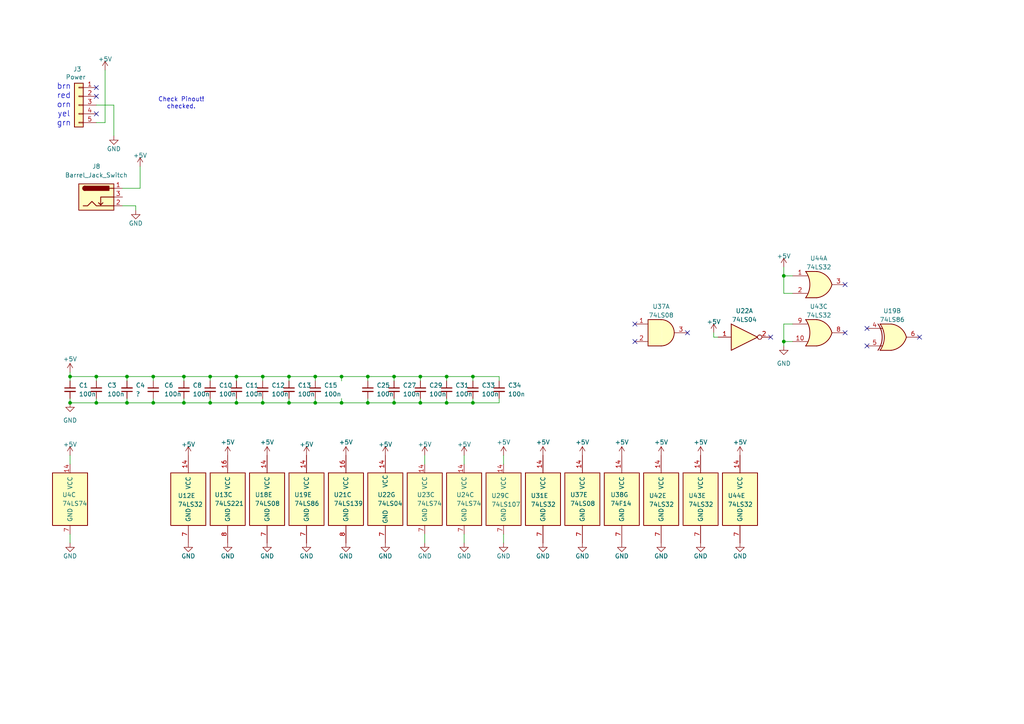
<source format=kicad_sch>
(kicad_sch (version 20231120) (generator "eeschema") (generator_version "8.0")
  (paper "A4")
  (title_block (title "EVA1 (Epson Video Adapter) - Power") (date "2025-01-09") (rev "v0.1") (company "100% Offner") (comment 1 "v0.1: Initial Release"))
  (lib_symbols
    (symbol "74xx:74LS04"
      (property "Reference" "U" (at 0 1.27 0))
      (property "Value" "74LS04" (at 0 -1.27 0))
      (symbol "74LS04_1_0"
        (pin input line (at -7.62 0 0) (length 3.81) (name "~") (number "1"))
        (pin output inverted (at 7.62 0 180) (length 3.81) (name "~") (number "2"))
      )
      (symbol "74LS04_2_0"
        (pin input line (at -7.62 0 0) (length 3.81) (name "~") (number "3"))
        (pin output inverted (at 7.62 0 180) (length 3.81) (name "~") (number "4"))
      )
      (symbol "74LS04_3_0"
        (pin input line (at -7.62 0 0) (length 3.81) (name "~") (number "5"))
        (pin output inverted (at 7.62 0 180) (length 3.81) (name "~") (number "6"))
      )
      (symbol "74LS04_4_0"
        (pin output inverted (at 7.62 0 180) (length 3.81) (name "~") (number "8"))
        (pin input line (at -7.62 0 0) (length 3.81) (name "~") (number "9"))
      )
      (symbol "74LS04_5_0"
        (pin output inverted (at 7.62 0 180) (length 3.81) (name "~") (number "10"))
        (pin input line (at -7.62 0 0) (length 3.81) (name "~") (number "11"))
      )
      (symbol "74LS04_6_0"
        (pin output inverted (at 7.62 0 180) (length 3.81) (name "~") (number "12"))
        (pin input line (at -7.62 0 0) (length 3.81) (name "~") (number "13"))
      )
      (symbol "74LS04_7_0"
        (pin power_in line (at 0 12.7 270) (length 5.08) (name "VCC") (number "14"))
        (pin power_in line (at 0 -12.7 90) (length 5.08) (name "GND") (number "7"))
      )
    )
    (symbol "74xx:74LS08" (pin_names (offset 1.016))
      (property "Reference" "U" (at 0 1.27 0))
      (property "Value" "74LS08" (at 0 -1.27 0))
      (symbol "74LS08_1_1"
        (pin input line (at -7.62 2.54 0) (length 3.81) (name "~") (number "1"))
        (pin input line (at -7.62 -2.54 0) (length 3.81) (name "~") (number "2"))
        (pin output line (at 7.62 0 180) (length 3.81) (name "~") (number "3"))
      )
      (symbol "74LS08_1_2"
        (pin input inverted (at -7.62 2.54 0) (length 4.318) (name "~") (number "1"))
        (pin input inverted (at -7.62 -2.54 0) (length 4.318) (name "~") (number "2"))
        (pin output inverted (at 7.62 0 180) (length 3.81) (name "~") (number "3"))
      )
      (symbol "74LS08_2_1"
        (pin input line (at -7.62 2.54 0) (length 3.81) (name "~") (number "4"))
        (pin input line (at -7.62 -2.54 0) (length 3.81) (name "~") (number "5"))
        (pin output line (at 7.62 0 180) (length 3.81) (name "~") (number "6"))
      )
      (symbol "74LS08_2_2"
        (pin input inverted (at -7.62 2.54 0) (length 4.318) (name "~") (number "4"))
        (pin input inverted (at -7.62 -2.54 0) (length 4.318) (name "~") (number "5"))
        (pin output inverted (at 7.62 0 180) (length 3.81) (name "~") (number "6"))
      )
      (symbol "74LS08_3_1"
        (pin input line (at -7.62 -2.54 0) (length 3.81) (name "~") (number "10"))
        (pin output line (at 7.62 0 180) (length 3.81) (name "~") (number "8"))
        (pin input line (at -7.62 2.54 0) (length 3.81) (name "~") (number "9"))
      )
      (symbol "74LS08_3_2"
        (pin input inverted (at -7.62 -2.54 0) (length 4.318) (name "~") (number "10"))
        (pin output inverted (at 7.62 0 180) (length 3.81) (name "~") (number "8"))
        (pin input inverted (at -7.62 2.54 0) (length 4.318) (name "~") (number "9"))
      )
      (symbol "74LS08_4_1"
        (pin output line (at 7.62 0 180) (length 3.81) (name "~") (number "11"))
        (pin input line (at -7.62 2.54 0) (length 3.81) (name "~") (number "12"))
        (pin input line (at -7.62 -2.54 0) (length 3.81) (name "~") (number "13"))
      )
      (symbol "74LS08_4_2"
        (pin output inverted (at 7.62 0 180) (length 3.81) (name "~") (number "11"))
        (pin input inverted (at -7.62 2.54 0) (length 4.318) (name "~") (number "12"))
        (pin input inverted (at -7.62 -2.54 0) (length 4.318) (name "~") (number "13"))
      )
      (symbol "74LS08_5_0"
        (pin power_in line (at 0 12.7 270) (length 5.08) (name "VCC") (number "14"))
        (pin power_in line (at 0 -12.7 90) (length 5.08) (name "GND") (number "7"))
      )
    )
    (symbol "74xx:74LS107" (pin_names (offset 1.016))
      (property "Reference" "U" (at -7.62 8.89 0))
      (property "Value" "74LS107" (at -7.62 -8.89 0))
      (symbol "74LS107_1_0"
        (pin input line (at -7.62 2.54 0) (length 2.54) (name "J") (number "1"))
        (pin input clock (at -7.62 0 0) (length 2.54) (name "C") (number "12"))
        (pin input line (at 0 -7.62 90) (length 2.54) (name "~{R}") (number "13"))
        (pin output line (at 7.62 -2.54 180) (length 2.54) (name "~{Q}") (number "2"))
        (pin output line (at 7.62 2.54 180) (length 2.54) (name "Q") (number "3"))
        (pin input line (at -7.62 -2.54 0) (length 2.54) (name "K") (number "4"))
      )
      (symbol "74LS107_2_0"
        (pin input line (at 0 -7.62 90) (length 2.54) (name "~{R}") (number "10"))
        (pin input line (at -7.62 -2.54 0) (length 2.54) (name "K") (number "11"))
        (pin output line (at 7.62 2.54 180) (length 2.54) (name "Q") (number "5"))
        (pin output line (at 7.62 -2.54 180) (length 2.54) (name "~{Q}") (number "6"))
        (pin input line (at -7.62 2.54 0) (length 2.54) (name "J") (number "8"))
        (pin input clock (at -7.62 0 0) (length 2.54) (name "C") (number "9"))
      )
      (symbol "74LS107_3_0"
        (pin power_in line (at 0 10.16 270) (length 2.54) (name "VCC") (number "14"))
        (pin power_in line (at 0 -10.16 90) (length 2.54) (name "GND") (number "7"))
      )
    )
    (symbol "74xx:74LS139" (pin_names (offset 1.016))
      (property "Reference" "U" (at -7.62 8.89 0))
      (property "Value" "74LS139" (at -7.62 -8.89 0))
      (symbol "74LS139_1_0"
        (pin input inverted (at -12.7 -5.08 0) (length 5.08) (name "E") (number "1"))
        (pin input line (at -12.7 0 0) (length 5.08) (name "A0") (number "2"))
        (pin input line (at -12.7 2.54 0) (length 5.08) (name "A1") (number "3"))
        (pin output inverted (at 12.7 2.54 180) (length 5.08) (name "O0") (number "4"))
        (pin output inverted (at 12.7 0 180) (length 5.08) (name "O1") (number "5"))
        (pin output inverted (at 12.7 -2.54 180) (length 5.08) (name "O2") (number "6"))
        (pin output inverted (at 12.7 -5.08 180) (length 5.08) (name "O3") (number "7"))
      )
      (symbol "74LS139_2_0"
        (pin output inverted (at 12.7 -2.54 180) (length 5.08) (name "O2") (number "10"))
        (pin output inverted (at 12.7 0 180) (length 5.08) (name "O1") (number "11"))
        (pin output inverted (at 12.7 2.54 180) (length 5.08) (name "O0") (number "12"))
        (pin input line (at -12.7 2.54 0) (length 5.08) (name "A1") (number "13"))
        (pin input line (at -12.7 0 0) (length 5.08) (name "A0") (number "14"))
        (pin input inverted (at -12.7 -5.08 0) (length 5.08) (name "E") (number "15"))
        (pin output inverted (at 12.7 -5.08 180) (length 5.08) (name "O3") (number "9"))
      )
      (symbol "74LS139_3_0"
        (pin power_in line (at 0 12.7 270) (length 5.08) (name "VCC") (number "16"))
        (pin power_in line (at 0 -12.7 90) (length 5.08) (name "GND") (number "8"))
      )
    )
    (symbol "74xx:74LS14" (pin_names (offset 1.016))
      (property "Reference" "U" (at 0 1.27 0))
      (property "Value" "74LS14" (at 0 -1.27 0))
      (symbol "74LS14_1_0"
        (pin input line (at -7.62 0 0) (length 3.81) (name "~") (number "1"))
        (pin output inverted (at 7.62 0 180) (length 3.81) (name "~") (number "2"))
      )
      (symbol "74LS14_2_0"
        (pin input line (at -7.62 0 0) (length 3.81) (name "~") (number "3"))
        (pin output inverted (at 7.62 0 180) (length 3.81) (name "~") (number "4"))
      )
      (symbol "74LS14_3_0"
        (pin input line (at -7.62 0 0) (length 3.81) (name "~") (number "5"))
        (pin output inverted (at 7.62 0 180) (length 3.81) (name "~") (number "6"))
      )
      (symbol "74LS14_4_0"
        (pin output inverted (at 7.62 0 180) (length 3.81) (name "~") (number "8"))
        (pin input line (at -7.62 0 0) (length 3.81) (name "~") (number "9"))
      )
      (symbol "74LS14_5_0"
        (pin output inverted (at 7.62 0 180) (length 3.81) (name "~") (number "10"))
        (pin input line (at -7.62 0 0) (length 3.81) (name "~") (number "11"))
      )
      (symbol "74LS14_6_0"
        (pin output inverted (at 7.62 0 180) (length 3.81) (name "~") (number "12"))
        (pin input line (at -7.62 0 0) (length 3.81) (name "~") (number "13"))
      )
      (symbol "74LS14_7_0"
        (pin power_in line (at 0 12.7 270) (length 5.08) (name "VCC") (number "14"))
        (pin power_in line (at 0 -12.7 90) (length 5.08) (name "GND") (number "7"))
      )
    )
    (symbol "74xx:74LS221" (pin_names (offset 1.016))
      (property "Reference" "U" (at -7.62 8.89 0))
      (property "Value" "74LS221" (at -7.62 -8.89 0))
      (symbol "74LS221_1_0"
        (pin input line (at -12.7 5.08 0) (length 5.08) (name "~{A}") (number "1"))
        (pin output line (at 12.7 5.08 180) (length 5.08) (name "Q") (number "13"))
        (pin input line (at 0 12.7 270) (length 5.08) (name "Cext") (number "14"))
        (pin input line (at 2.54 12.7 270) (length 5.08) (name "RCext") (number "15"))
        (pin input line (at -12.7 2.54 0) (length 5.08) (name "B") (number "2"))
        (pin input line (at -12.7 -2.54 0) (length 5.08) (name "~{CLR}") (number "3"))
        (pin output line (at 12.7 -5.08 180) (length 5.08) (name "~{Q}") (number "4"))
      )
      (symbol "74LS221_2_0"
        (pin input line (at -12.7 2.54 0) (length 5.08) (name "B") (number "10"))
        (pin input line (at -12.7 -2.54 0) (length 5.08) (name "~{CLR}") (number "11"))
        (pin output line (at 12.7 -5.08 180) (length 5.08) (name "~{Q}") (number "12"))
        (pin output line (at 12.7 5.08 180) (length 5.08) (name "Q") (number "5"))
        (pin input line (at 0 12.7 270) (length 5.08) (name "Cext") (number "6"))
        (pin input line (at 2.54 12.7 270) (length 5.08) (name "RCext") (number "7"))
        (pin input line (at -12.7 5.08 0) (length 5.08) (name "~{A}") (number "9"))
      )
      (symbol "74LS221_3_0"
        (pin power_in line (at 0 12.7 270) (length 5.08) (name "VCC") (number "16"))
        (pin power_in line (at 0 -12.7 90) (length 5.08) (name "GND") (number "8"))
      )
    )
    (symbol "74xx:74LS32" (pin_names (offset 1.016))
      (property "Reference" "U" (at 0 1.27 0))
      (property "Value" "74LS32" (at 0 -1.27 0))
      (symbol "74LS32_1_1"
        (pin input line (at -7.62 2.54 0) (length 4.318) (name "~") (number "1"))
        (pin input line (at -7.62 -2.54 0) (length 4.318) (name "~") (number "2"))
        (pin output line (at 7.62 0 180) (length 3.81) (name "~") (number "3"))
      )
      (symbol "74LS32_1_2"
        (pin input inverted (at -7.62 2.54 0) (length 3.81) (name "~") (number "1"))
        (pin input inverted (at -7.62 -2.54 0) (length 3.81) (name "~") (number "2"))
        (pin output inverted (at 7.62 0 180) (length 3.81) (name "~") (number "3"))
      )
      (symbol "74LS32_2_1"
        (pin input line (at -7.62 2.54 0) (length 4.318) (name "~") (number "4"))
        (pin input line (at -7.62 -2.54 0) (length 4.318) (name "~") (number "5"))
        (pin output line (at 7.62 0 180) (length 3.81) (name "~") (number "6"))
      )
      (symbol "74LS32_2_2"
        (pin input inverted (at -7.62 2.54 0) (length 3.81) (name "~") (number "4"))
        (pin input inverted (at -7.62 -2.54 0) (length 3.81) (name "~") (number "5"))
        (pin output inverted (at 7.62 0 180) (length 3.81) (name "~") (number "6"))
      )
      (symbol "74LS32_3_1"
        (pin input line (at -7.62 -2.54 0) (length 4.318) (name "~") (number "10"))
        (pin output line (at 7.62 0 180) (length 3.81) (name "~") (number "8"))
        (pin input line (at -7.62 2.54 0) (length 4.318) (name "~") (number "9"))
      )
      (symbol "74LS32_3_2"
        (pin input inverted (at -7.62 -2.54 0) (length 3.81) (name "~") (number "10"))
        (pin output inverted (at 7.62 0 180) (length 3.81) (name "~") (number "8"))
        (pin input inverted (at -7.62 2.54 0) (length 3.81) (name "~") (number "9"))
      )
      (symbol "74LS32_4_1"
        (pin output line (at 7.62 0 180) (length 3.81) (name "~") (number "11"))
        (pin input line (at -7.62 2.54 0) (length 4.318) (name "~") (number "12"))
        (pin input line (at -7.62 -2.54 0) (length 4.318) (name "~") (number "13"))
      )
      (symbol "74LS32_4_2"
        (pin output inverted (at 7.62 0 180) (length 3.81) (name "~") (number "11"))
        (pin input inverted (at -7.62 2.54 0) (length 3.81) (name "~") (number "12"))
        (pin input inverted (at -7.62 -2.54 0) (length 3.81) (name "~") (number "13"))
      )
      (symbol "74LS32_5_0"
        (pin power_in line (at 0 12.7 270) (length 5.08) (name "VCC") (number "14"))
        (pin power_in line (at 0 -12.7 90) (length 5.08) (name "GND") (number "7"))
      )
    )
    (symbol "74xx:74LS74" (pin_names (offset 1.016))
      (property "Reference" "U" (at -7.62 8.89 0))
      (property "Value" "74LS74" (at -7.62 -8.89 0))
      (symbol "74LS74_1_0"
        (pin input line (at 0 -7.62 90) (length 2.54) (name "~{R}") (number "1"))
        (pin input line (at -7.62 2.54 0) (length 2.54) (name "D") (number "2"))
        (pin input clock (at -7.62 0 0) (length 2.54) (name "C") (number "3"))
        (pin input line (at 0 7.62 270) (length 2.54) (name "~{S}") (number "4"))
        (pin output line (at 7.62 2.54 180) (length 2.54) (name "Q") (number "5"))
        (pin output line (at 7.62 -2.54 180) (length 2.54) (name "~{Q}") (number "6"))
      )
      (symbol "74LS74_2_0"
        (pin input line (at 0 7.62 270) (length 2.54) (name "~{S}") (number "10"))
        (pin input clock (at -7.62 0 0) (length 2.54) (name "C") (number "11"))
        (pin input line (at -7.62 2.54 0) (length 2.54) (name "D") (number "12"))
        (pin input line (at 0 -7.62 90) (length 2.54) (name "~{R}") (number "13"))
        (pin output line (at 7.62 -2.54 180) (length 2.54) (name "~{Q}") (number "8"))
        (pin output line (at 7.62 2.54 180) (length 2.54) (name "Q") (number "9"))
      )
      (symbol "74LS74_3_0"
        (pin power_in line (at 0 10.16 270) (length 2.54) (name "VCC") (number "14"))
        (pin power_in line (at 0 -10.16 90) (length 2.54) (name "GND") (number "7"))
      )
    )
    (symbol "74xx:74LS86" (pin_names (offset 1.016))
      (property "Reference" "U" (at 0 1.27 0))
      (property "Value" "74LS86" (at 0 -1.27 0))
      (symbol "74LS86_1_0"
        (pin input line (at -7.62 2.54 0) (length 4.445) (name "~") (number "1"))
        (pin input line (at -7.62 -2.54 0) (length 4.445) (name "~") (number "2"))
        (pin output line (at 7.62 0 180) (length 3.81) (name "~") (number "3"))
      )
      (symbol "74LS86_2_0"
        (pin input line (at -7.62 2.54 0) (length 4.445) (name "~") (number "4"))
        (pin input line (at -7.62 -2.54 0) (length 4.445) (name "~") (number "5"))
        (pin output line (at 7.62 0 180) (length 3.81) (name "~") (number "6"))
      )
      (symbol "74LS86_3_0"
        (pin input line (at -7.62 -2.54 0) (length 4.445) (name "~") (number "10"))
        (pin output line (at 7.62 0 180) (length 3.81) (name "~") (number "8"))
        (pin input line (at -7.62 2.54 0) (length 4.445) (name "~") (number "9"))
      )
      (symbol "74LS86_4_0"
        (pin output line (at 7.62 0 180) (length 3.81) (name "~") (number "11"))
        (pin input line (at -7.62 2.54 0) (length 4.445) (name "~") (number "12"))
        (pin input line (at -7.62 -2.54 0) (length 4.445) (name "~") (number "13"))
      )
      (symbol "74LS86_5_0"
        (pin power_in line (at 0 12.7 270) (length 5.08) (name "VCC") (number "14"))
        (pin power_in line (at 0 -12.7 90) (length 5.08) (name "GND") (number "7"))
      )
    )
    (symbol "Connector:Barrel_Jack_Switch" (pin_names hide)
      (property "Reference" "J" (at 0 5.334 0))
      (property "Value" "Barrel_Jack_Switch" (at 0 -5.08 0))
      (symbol "Barrel_Jack_Switch_1_1"
        (pin passive line (at 7.62 2.54 180) (length 2.54) (name "~") (number "1"))
        (pin passive line (at 7.62 -2.54 180) (length 2.54) (name "~") (number "2"))
        (pin passive line (at 7.62 0 180) (length 2.54) (name "~") (number "3"))
      )
    )
    (symbol "Connector_Generic:Conn_01x05" (pin_names (offset 1.016) hide)
      (property "Reference" "J" (at 0 7.62 0))
      (property "Value" "Conn_01x05" (at 0 -7.62 0))
      (symbol "Conn_01x05_1_1"
        (pin passive line (at -5.08 5.08 0) (length 3.81) (name "Pin_1") (number "1"))
        (pin passive line (at -5.08 2.54 0) (length 3.81) (name "Pin_2") (number "2"))
        (pin passive line (at -5.08 0 0) (length 3.81) (name "Pin_3") (number "3"))
        (pin passive line (at -5.08 -2.54 0) (length 3.81) (name "Pin_4") (number "4"))
        (pin passive line (at -5.08 -5.08 0) (length 3.81) (name "Pin_5") (number "5"))
      )
    )
    (symbol "Device:C_Small" (pin_numbers hide) (pin_names (offset 0.254) hide)
      (property "Reference" "C" (at 0.254 1.778 0))
      (property "Value" "C_Small" (at 0.254 -2.032 0))
      (symbol "C_Small_1_1"
        (pin passive line (at 0 2.54 270) (length 2.032) (name "~") (number "1"))
        (pin passive line (at 0 -2.54 90) (length 2.032) (name "~") (number "2"))
      )
    )
    (symbol "power:+5V" (power) (pin_names (offset 0))
      (property "Value" "+5V" (at 0 3.556 0))
      (symbol "+5V_1_1"
        (pin power_in line (at 0 0 90) (length 0) hide (name "+5V") (number "1"))
      )
    )
    (symbol "power:GND" (power) (pin_names (offset 0))
      (property "Value" "GND" (at 0 -3.81 0))
      (symbol "GND_1_1"
        (pin power_in line (at 0 0 270) (length 0) hide (name "GND") (number "1"))
      )
    )
  )
  (junction (at 27.94 109.22))
  (junction (at 60.96 116.84))
  (junction (at 68.58 109.22))
  (junction (at 227.33 80.01))
  (junction (at 27.94 116.84))
  (junction (at 121.92 116.84))
  (junction (at 99.06 109.22))
  (junction (at 91.44 116.84))
  (junction (at 60.96 109.22))
  (junction (at 44.45 116.84))
  (junction (at 106.68 109.22))
  (junction (at 44.45 109.22))
  (junction (at 129.54 116.84))
  (junction (at 53.34 109.22))
  (junction (at 68.58 116.84))
  (junction (at 91.44 109.22))
  (junction (at 227.33 99.06))
  (junction (at 76.2 116.84))
  (junction (at 137.16 109.22))
  (junction (at 137.16 116.84))
  (junction (at 121.92 109.22))
  (junction (at 99.06 116.84))
  (junction (at 114.3 116.84))
  (junction (at 36.83 109.22))
  (junction (at 83.82 116.84))
  (junction (at 76.2 109.22))
  (junction (at 20.32 116.84))
  (junction (at 36.83 116.84))
  (junction (at 106.68 116.84))
  (junction (at 129.54 109.22))
  (junction (at 20.32 109.22))
  (junction (at 83.82 109.22))
  (junction (at 114.3 109.22))
  (junction (at 53.34 116.84))
  (no_connect (at 266.7 97.79))
  (no_connect (at 223.52 97.79))
  (no_connect (at 245.11 96.52))
  (no_connect (at 245.11 82.55))
  (no_connect (at 27.94 33.02))
  (no_connect (at 27.94 27.94))
  (no_connect (at 251.46 95.25))
  (no_connect (at 199.39 96.52))
  (no_connect (at 184.15 93.98))
  (no_connect (at 251.46 100.33))
  (no_connect (at 27.94 25.4))
  (no_connect (at 184.15 99.06))
  (wire (pts (xy 91.44 115.57) (xy 91.44 116.84)))
  (wire (pts (xy 106.68 115.57) (xy 106.68 116.84)))
  (wire (pts (xy 227.33 80.01) (xy 227.33 77.47)))
  (wire (pts (xy 27.94 30.48) (xy 33.02 30.48)))
  (wire (pts (xy 83.82 109.22) (xy 83.82 110.49)))
  (wire (pts (xy 33.02 30.48) (xy 33.02 39.37)))
  (wire (pts (xy 207.01 97.79) (xy 208.28 97.79)))
  (wire (pts (xy 20.32 116.84) (xy 20.32 115.57)))
  (wire (pts (xy 227.33 93.98) (xy 227.33 99.06)))
  (wire (pts (xy 123.19 132.08) (xy 123.19 134.62)))
  (wire (pts (xy 121.92 109.22) (xy 121.92 110.49)))
  (wire (pts (xy 20.32 116.84) (xy 27.94 116.84)))
  (wire (pts (xy 68.58 115.57) (xy 68.58 116.84)))
  (wire (pts (xy 121.92 115.57) (xy 121.92 116.84)))
  (wire (pts (xy 36.83 109.22) (xy 44.45 109.22)))
  (wire (pts (xy 114.3 109.22) (xy 121.92 109.22)))
  (wire (pts (xy 76.2 116.84) (xy 68.58 116.84)))
  (wire (pts (xy 76.2 109.22) (xy 76.2 110.49)))
  (wire (pts (xy 129.54 109.22) (xy 121.92 109.22)))
  (wire (pts (xy 20.32 109.22) (xy 27.94 109.22)))
  (wire (pts (xy 30.48 35.56) (xy 27.94 35.56)))
  (wire (pts (xy 91.44 109.22) (xy 99.06 109.22)))
  (wire (pts (xy 60.96 109.22) (xy 60.96 110.49)))
  (wire (pts (xy 60.96 109.22) (xy 68.58 109.22)))
  (wire (pts (xy 20.32 154.94) (xy 20.32 157.48)))
  (wire (pts (xy 53.34 116.84) (xy 44.45 116.84)))
  (wire (pts (xy 229.87 80.01) (xy 227.33 80.01)))
  (wire (pts (xy 76.2 116.84) (xy 83.82 116.84)))
  (wire (pts (xy 99.06 116.84) (xy 91.44 116.84)))
  (wire (pts (xy 91.44 109.22) (xy 91.44 110.49)))
  (wire (pts (xy 99.06 109.22) (xy 106.68 109.22)))
  (wire (pts (xy 99.06 116.84) (xy 106.68 116.84)))
  (wire (pts (xy 106.68 109.22) (xy 114.3 109.22)))
  (wire (pts (xy 134.62 132.08) (xy 134.62 134.62)))
  (wire (pts (xy 229.87 93.98) (xy 227.33 93.98)))
  (wire (pts (xy 36.83 116.84) (xy 44.45 116.84)))
  (wire (pts (xy 68.58 109.22) (xy 76.2 109.22)))
  (wire (pts (xy 123.19 154.94) (xy 123.19 157.48)))
  (wire (pts (xy 36.83 109.22) (xy 36.83 110.49)))
  (wire (pts (xy 68.58 109.22) (xy 68.58 110.49)))
  (wire (pts (xy 137.16 115.57) (xy 137.16 116.84)))
  (wire (pts (xy 207.01 96.52) (xy 207.01 97.79)))
  (wire (pts (xy 27.94 109.22) (xy 27.94 110.49)))
  (wire (pts (xy 144.78 109.22) (xy 144.78 110.49)))
  (wire (pts (xy 53.34 115.57) (xy 53.34 116.84)))
  (wire (pts (xy 40.64 48.26) (xy 40.64 54.61)))
  (wire (pts (xy 229.87 99.06) (xy 227.33 99.06)))
  (wire (pts (xy 91.44 116.84) (xy 83.82 116.84)))
  (wire (pts (xy 129.54 115.57) (xy 129.54 116.84)))
  (wire (pts (xy 227.33 85.09) (xy 227.33 80.01)))
  (wire (pts (xy 129.54 109.22) (xy 129.54 110.49)))
  (wire (pts (xy 27.94 115.57) (xy 27.94 116.84)))
  (wire (pts (xy 137.16 116.84) (xy 129.54 116.84)))
  (wire (pts (xy 137.16 109.22) (xy 144.78 109.22)))
  (wire (pts (xy 40.64 54.61) (xy 35.56 54.61)))
  (wire (pts (xy 44.45 109.22) (xy 44.45 110.49)))
  (wire (pts (xy 60.96 115.57) (xy 60.96 116.84)))
  (wire (pts (xy 53.34 109.22) (xy 53.34 110.49)))
  (wire (pts (xy 114.3 115.57) (xy 114.3 116.84)))
  (wire (pts (xy 44.45 109.22) (xy 53.34 109.22)))
  (wire (pts (xy 53.34 116.84) (xy 60.96 116.84)))
  (wire (pts (xy 53.34 109.22) (xy 60.96 109.22)))
  (wire (pts (xy 146.05 132.08) (xy 146.05 134.62)))
  (wire (pts (xy 114.3 116.84) (xy 106.68 116.84)))
  (wire (pts (xy 229.87 85.09) (xy 227.33 85.09)))
  (wire (pts (xy 227.33 99.06) (xy 227.33 100.33)))
  (wire (pts (xy 39.37 60.96) (xy 39.37 59.69)))
  (wire (pts (xy 20.32 109.22) (xy 20.32 110.49)))
  (wire (pts (xy 20.32 107.95) (xy 20.32 109.22)))
  (wire (pts (xy 83.82 109.22) (xy 91.44 109.22)))
  (wire (pts (xy 39.37 59.69) (xy 35.56 59.69)))
  (wire (pts (xy 44.45 115.57) (xy 44.45 116.84)))
  (wire (pts (xy 106.68 109.22) (xy 106.68 110.49)))
  (wire (pts (xy 36.83 115.57) (xy 36.83 116.84)))
  (wire (pts (xy 134.62 154.94) (xy 134.62 157.48)))
  (wire (pts (xy 137.16 109.22) (xy 137.16 110.49)))
  (wire (pts (xy 68.58 116.84) (xy 60.96 116.84)))
  (wire (pts (xy 121.92 116.84) (xy 129.54 116.84)))
  (wire (pts (xy 146.05 154.94) (xy 146.05 157.48)))
  (wire (pts (xy 144.78 115.57) (xy 144.78 116.84)))
  (wire (pts (xy 20.32 132.08) (xy 20.32 134.62)))
  (wire (pts (xy 129.54 109.22) (xy 137.16 109.22)))
  (wire (pts (xy 76.2 109.22) (xy 83.82 109.22)))
  (wire (pts (xy 114.3 116.84) (xy 121.92 116.84)))
  (wire (pts (xy 27.94 109.22) (xy 36.83 109.22)))
  (wire (pts (xy 99.06 109.22) (xy 99.06 110.49)))
  (wire (pts (xy 30.48 20.32) (xy 30.48 35.56)))
  (wire (pts (xy 114.3 109.22) (xy 114.3 110.49)))
  (wire (pts (xy 27.94 116.84) (xy 36.83 116.84)))
  (wire (pts (xy 99.06 115.57) (xy 99.06 116.84)))
  (wire (pts (xy 137.16 116.84) (xy 144.78 116.84)))
  (wire (pts (xy 83.82 115.57) (xy 83.82 116.84)))
  (wire (pts (xy 76.2 115.57) (xy 76.2 116.84)))
  (text "Check Pinout!\nchecked.\n" (at 52.578 29.972 0) (effects (font (size 1.27 1.27))))
  (text "brn\nred\norn\nyel\ngrn" (at 18.542 30.48 0) (effects (font (size 1.651 1.651))))
  (symbol (lib_id "74xx:74LS32") (at 237.49 96.52 0) (unit 3)
    (property "Reference" "U43" (at 237.49 88.9 0))
    (property "Value" "74LS32" (at 237.49 91.44 0))
    (property "Footprint" "Package_DIP:DIP-14_W7.62mm" (effects (hide yes)))
    (property "Datasheet" "http://www.ti.com/lit/gpn/sn74LS32" (effects (hide yes)))
    (property "Description" "Quad 2-input OR" (effects (hide yes)))
  )
  (symbol (lib_id "power:GND") (at 100.33 157.48 0) (unit 1)
    (property "Reference" "#PWR0134" (effects (hide yes)))
    (property "Value" "GND" (at 100.33 161.29 0))
  )
  (symbol (lib_id "Device:C_Small") (at 76.2 113.03 0) (unit 1)
    (property "Reference" "C12" (at 78.74 111.7662 0) (effects (justify left)))
    (property "Value" "100n" (at 78.74 114.3062 0) (effects (justify left)))
    (property "Footprint" "Capacitor_THT:C_Disc_D4.7mm_W2.5mm_P5.00mm" (effects (hide yes)))
  )
  (symbol (lib_id "power:GND") (at 20.32 116.84 0) (unit 1)
    (property "Reference" "#PWR0119" (effects (hide yes)))
    (property "Value" "GND" (at 20.32 121.92 0))
  )
  (symbol (lib_id "74xx:74LS32") (at 214.63 144.78 0) (unit 5)
    (property "Reference" "U44" (at 211.074 143.764 0) (effects (justify left)))
    (property "Value" "74LS32" (at 211.074 146.304 0) (effects (justify left)))
    (property "Footprint" "Package_DIP:DIP-14_W7.62mm" (effects (hide yes)))
    (property "Datasheet" "http://www.ti.com/lit/gpn/sn74LS32" (effects (hide yes)))
    (property "Description" "Quad 2-input OR" (effects (hide yes)))
  )
  (symbol (lib_id "power:+5V") (at 88.9 132.08 0) (unit 1)
    (property "Reference" "#PWR0124" (effects (hide yes)))
    (property "Value" "+5V" (at 88.9 128.905 0))
  )
  (symbol (lib_id "Device:C_Small") (at 144.78 113.03 0) (unit 1)
    (property "Reference" "C34" (at 147.32 111.7662 0) (effects (justify left)))
    (property "Value" "100n" (at 147.32 114.3062 0) (effects (justify left)))
    (property "Footprint" "Capacitor_THT:C_Disc_D4.7mm_W2.5mm_P5.00mm" (effects (hide yes)))
  )
  (symbol (lib_id "power:+5V") (at 54.61 132.08 0) (unit 1)
    (property "Reference" "#PWR0122" (effects (hide yes)))
    (property "Value" "+5V" (at 54.61 128.905 0))
  )
  (symbol (lib_id "power:+5V") (at 203.2 132.08 0) (unit 1)
    (property "Reference" "#PWR011" (effects (hide yes)))
    (property "Value" "+5V" (at 203.2 128.27 0))
  )
  (symbol (lib_id "power:GND") (at 214.63 157.48 0) (unit 1)
    (property "Reference" "#PWR014" (effects (hide yes)))
    (property "Value" "GND" (at 214.63 161.29 0))
  )
  (symbol (lib_id "power:+5V") (at 123.19 132.08 0) (unit 1)
    (property "Reference" "#PWR01" (effects (hide yes)))
    (property "Value" "+5V" (at 123.19 128.905 0))
  )
  (symbol (lib_id "power:GND") (at 191.77 157.48 0) (unit 1)
    (property "Reference" "#PWR010" (effects (hide yes)))
    (property "Value" "GND" (at 191.77 161.29 0))
  )
  (symbol (lib_id "74xx:74LS107") (at 146.05 144.78 0) (unit 3)
    (property "Reference" "U29" (at 142.494 143.764 0) (effects (justify left)))
    (property "Value" "74LS107" (at 142.494 146.304 0) (effects (justify left)))
    (property "Footprint" "Package_DIP:DIP-14_W7.62mm" (effects (hide yes)))
    (property "Datasheet" "http://www.ti.com/lit/gpn/sn74LS107" (effects (hide yes)))
    (property "Description" "Dual JK Flip-Flop, reset" (effects (hide yes)))
  )
  (symbol (lib_id "power:GND") (at 33.02 39.37 0) (unit 1)
    (property "Reference" "#PWR020" (effects (hide yes)))
    (property "Value" "GND" (at 33.02 43.18 0))
  )
  (symbol (lib_id "power:+5V") (at 227.33 77.47 0) (unit 1)
    (property "Reference" "#PWR0170" (effects (hide yes)))
    (property "Value" "+5V" (at 227.33 74.295 0))
  )
  (symbol (lib_id "74xx:74LS32") (at 191.77 144.78 0) (unit 5)
    (property "Reference" "U42" (at 188.214 143.764 0) (effects (justify left)))
    (property "Value" "74LS32" (at 188.214 146.304 0) (effects (justify left)))
    (property "Footprint" "Package_DIP:DIP-14_W7.62mm" (effects (hide yes)))
    (property "Datasheet" "http://www.ti.com/lit/gpn/sn74LS32" (effects (hide yes)))
    (property "Description" "Quad 2-input OR" (effects (hide yes)))
  )
  (symbol (lib_id "Device:C_Small") (at 27.94 113.03 0) (unit 1)
    (property "Reference" "C3" (at 31.115 111.7662 0) (effects (justify left)))
    (property "Value" "100n" (at 31.115 114.3062 0) (effects (justify left)))
    (property "Footprint" "Capacitor_THT:C_Disc_D4.7mm_W2.5mm_P5.00mm" (effects (hide yes)))
  )
  (symbol (lib_id "power:+5V") (at 30.48 20.32 0) (unit 1)
    (property "Reference" "#PWR022" (effects (hide yes)))
    (property "Value" "+5V" (at 30.48 17.145 0))
  )
  (symbol (lib_id "Device:C_Small") (at 20.32 113.03 0) (unit 1)
    (property "Reference" "C1" (at 22.86 111.7662 0) (effects (justify left)))
    (property "Value" "100n" (at 22.86 114.3062 0) (effects (justify left)))
    (property "Footprint" "Capacitor_THT:C_Disc_D4.7mm_W2.5mm_P5.00mm" (effects (hide yes)))
  )
  (symbol (lib_id "Connector:Barrel_Jack_Switch") (at 27.94 57.15 0) (unit 1)
    (property "Reference" "J8" (at 27.94 48.26 0))
    (property "Value" "Barrel_Jack_Switch" (at 27.94 50.8 0))
    (property "Footprint" "Connector_BarrelJack:BarrelJack_Wuerth_6941xx301002" (effects (hide yes)))
    (property "Description" "DC Barrel Jack with an internal switch" (effects (hide yes)))
  )
  (symbol (lib_id "Device:C_Small") (at 129.54 113.03 0) (unit 1)
    (property "Reference" "C31" (at 132.08 111.7662 0) (effects (justify left)))
    (property "Value" "100n" (at 132.08 114.3062 0) (effects (justify left)))
    (property "Footprint" "Capacitor_THT:C_Disc_D4.7mm_W2.5mm_P5.00mm" (effects (hide yes)))
  )
  (symbol (lib_id "power:+5V") (at 191.77 132.08 0) (unit 1)
    (property "Reference" "#PWR09" (effects (hide yes)))
    (property "Value" "+5V" (at 191.77 128.27 0))
  )
  (symbol (lib_id "74xx:74LS08") (at 168.91 144.78 0) (unit 5)
    (property "Reference" "U37" (at 165.354 143.51 0) (effects (justify left)))
    (property "Value" "74LS08" (at 165.354 146.05 0) (effects (justify left)))
    (property "Footprint" "Package_DIP:DIP-14_W7.62mm" (effects (hide yes)))
    (property "Datasheet" "http://www.ti.com/lit/gpn/sn74LS08" (effects (hide yes)))
    (property "Description" "Quad And2" (effects (hide yes)))
  )
  (symbol (lib_id "Device:C_Small") (at 60.96 113.03 0) (unit 1)
    (property "Reference" "C10" (at 63.5 111.7662 0) (effects (justify left)))
    (property "Value" "100n" (at 63.5 114.3062 0) (effects (justify left)))
    (property "Footprint" "Capacitor_THT:C_Disc_D4.7mm_W2.5mm_P5.00mm" (effects (hide yes)))
  )
  (symbol (lib_id "Connector_Generic:Conn_01x05") (at 22.86 30.48 0) (mirror y) (unit 1)
    (property "Reference" "J3" (at 23.622 20.066 0) (effects (justify left)))
    (property "Value" "Power" (at 24.892 22.352 0) (effects (justify left)))
    (property "Footprint" "Connector_PinHeader_2.54mm:PinHeader_1x05_P2.54mm_Vertical" (effects (hide yes)))
    (property "Description" "Generic connector, single row, 01x05, script generated (kicad-library-utils/schlib/autogen/connector/)" (effects (hide yes)))
  )
  (symbol (lib_id "power:+5V") (at 66.04 132.08 0) (unit 1)
    (property "Reference" "#PWR0120" (effects (hide yes)))
    (property "Value" "+5V" (at 66.04 128.27 0))
  )
  (symbol (lib_id "74xx:74LS32") (at 203.2 144.78 0) (unit 5)
    (property "Reference" "U43" (at 199.644 143.764 0) (effects (justify left)))
    (property "Value" "74LS32" (at 199.644 146.304 0) (effects (justify left)))
    (property "Footprint" "Package_DIP:DIP-14_W7.62mm" (effects (hide yes)))
    (property "Datasheet" "http://www.ti.com/lit/gpn/sn74LS32" (effects (hide yes)))
    (property "Description" "Quad 2-input OR" (effects (hide yes)))
  )
  (symbol (lib_id "power:GND") (at 123.19 157.48 0) (unit 1)
    (property "Reference" "#PWR02" (effects (hide yes)))
    (property "Value" "GND" (at 123.19 161.29 0))
  )
  (symbol (lib_id "power:+5V") (at 157.48 132.08 0) (unit 1)
    (property "Reference" "#PWR0141" (effects (hide yes)))
    (property "Value" "+5V" (at 157.48 128.27 0))
  )
  (symbol (lib_id "power:GND") (at 168.91 157.48 0) (unit 1)
    (property "Reference" "#PWR06" (effects (hide yes)))
    (property "Value" "GND" (at 168.91 161.29 0))
  )
  (symbol (lib_id "power:GND") (at 77.47 157.48 0) (unit 1)
    (property "Reference" "#PWR0135" (effects (hide yes)))
    (property "Value" "GND" (at 77.47 161.29 0))
  )
  (symbol (lib_id "Device:C_Small") (at 53.34 113.03 0) (unit 1)
    (property "Reference" "C8" (at 55.88 111.7662 0) (effects (justify left)))
    (property "Value" "100n" (at 55.88 114.3062 0) (effects (justify left)))
    (property "Footprint" "Capacitor_THT:C_Disc_D4.7mm_W2.5mm_P5.00mm" (effects (hide yes)))
  )
  (symbol (lib_id "power:GND") (at 39.37 60.96 0) (unit 1)
    (property "Reference" "#PWR092" (effects (hide yes)))
    (property "Value" "GND" (at 39.37 64.77 0))
  )
  (symbol (lib_id "Device:C_Small") (at 137.16 113.03 0) (unit 1)
    (property "Reference" "C33" (at 139.7 111.7662 0) (effects (justify left)))
    (property "Value" "100n" (at 139.7 114.3062 0) (effects (justify left)))
    (property "Footprint" "Capacitor_THT:C_Disc_D4.7mm_W2.5mm_P5.00mm" (effects (hide yes)))
  )
  (symbol (lib_id "power:GND") (at 146.05 157.48 0) (unit 1)
    (property "Reference" "#PWR0138" (effects (hide yes)))
    (property "Value" "GND" (at 146.05 161.29 0))
  )
  (symbol (lib_id "Device:C_Small") (at 83.82 113.03 0) (unit 1)
    (property "Reference" "C13" (at 86.36 111.7662 0) (effects (justify left)))
    (property "Value" "100n" (at 86.36 114.3062 0) (effects (justify left)))
    (property "Footprint" "Capacitor_THT:C_Disc_D4.7mm_W2.5mm_P5.00mm" (effects (hide yes)))
  )
  (symbol (lib_id "power:GND") (at 54.61 157.48 0) (unit 1)
    (property "Reference" "#PWR0132" (effects (hide yes)))
    (property "Value" "GND" (at 54.61 161.29 0))
  )
  (symbol (lib_id "74xx:74LS04") (at 215.9 97.79 0) (unit 1)
    (property "Reference" "U22" (at 215.9 90.17 0))
    (property "Value" "74LS04" (at 215.9 92.71 0))
    (property "Footprint" "Package_DIP:DIP-14_W7.62mm" (effects (hide yes)))
    (property "Datasheet" "http://www.ti.com/lit/gpn/sn74LS04" (effects (hide yes)))
    (property "Description" "Hex Inverter" (effects (hide yes)))
  )
  (symbol (lib_id "power:+5V") (at 146.05 132.08 0) (unit 1)
    (property "Reference" "#PWR0140" (effects (hide yes)))
    (property "Value" "+5V" (at 146.05 128.27 0))
  )
  (symbol (lib_id "74xx:74LS86") (at 88.9 144.78 0) (unit 5)
    (property "Reference" "U19" (at 85.344 143.51 0) (effects (justify left)))
    (property "Value" "74LS86" (at 85.344 146.05 0) (effects (justify left)))
    (property "Footprint" "Package_DIP:DIP-14_W7.62mm" (effects (hide yes)))
    (property "Datasheet" "74xx/74ls86.pdf" (effects (hide yes)))
    (property "Description" "Quad 2-input XOR" (effects (hide yes)))
  )
  (symbol (lib_id "74xx:74LS74") (at 20.32 144.78 0) (unit 3)
    (property "Reference" "U4" (at 18.034 143.51 0) (effects (justify left)))
    (property "Value" "74LS74" (at 18.034 146.05 0) (effects (justify left)))
    (property "Footprint" "Package_DIP:DIP-14_W7.62mm" (effects (hide yes)))
    (property "Datasheet" "74xx/74hc_hct74.pdf" (effects (hide yes)))
    (property "Description" "Dual D Flip-flop, Set & Reset" (effects (hide yes)))
  )
  (symbol (lib_id "74xx:74LS221") (at 66.04 144.78 0) (unit 3)
    (property "Reference" "U13" (at 62.23 143.51 0) (effects (justify left)))
    (property "Value" "74LS221" (at 62.23 146.05 0) (effects (justify left)))
    (property "Footprint" "Package_DIP:DIP-16_W7.62mm" (effects (hide yes)))
    (property "Datasheet" "http://www.ti.com/lit/gpn/sn74LS221" (effects (hide yes)))
    (property "Description" "Dual Monostable" (effects (hide yes)))
  )
  (symbol (lib_id "power:+5V") (at 40.64 48.26 0) (unit 1)
    (property "Reference" "#PWR094" (effects (hide yes)))
    (property "Value" "+5V" (at 40.64 45.085 0))
  )
  (symbol (lib_id "74xx:74LS04") (at 111.76 144.78 0) (unit 7)
    (property "Reference" "U22" (at 109.474 143.51 0) (effects (justify left)))
    (property "Value" "74LS04" (at 109.474 146.05 0) (effects (justify left)))
    (property "Footprint" "Package_DIP:DIP-14_W7.62mm" (effects (hide yes)))
    (property "Datasheet" "http://www.ti.com/lit/gpn/sn74LS04" (effects (hide yes)))
    (property "Description" "Hex Inverter" (effects (hide yes)))
  )
  (symbol (lib_id "Device:C_Small") (at 44.45 113.03 0) (unit 1)
    (property "Reference" "C6" (at 47.625 111.7662 0) (effects (justify left)))
    (property "Value" "100n" (at 47.625 114.3 0) (effects (justify left)))
    (property "Footprint" "Capacitor_THT:C_Disc_D4.7mm_W2.5mm_P5.00mm" (effects (hide yes)))
  )
  (symbol (lib_id "power:+5V") (at 111.76 132.08 0) (unit 1)
    (property "Reference" "#PWR0137" (effects (hide yes)))
    (property "Value" "+5V" (at 111.76 128.905 0))
  )
  (symbol (lib_id "power:GND") (at 111.76 157.48 0) (unit 1)
    (property "Reference" "#PWR0136" (effects (hide yes)))
    (property "Value" "GND" (at 111.76 161.29 0))
  )
  (symbol (lib_id "74xx:74LS139") (at 100.33 144.78 0) (unit 3)
    (property "Reference" "U21" (at 96.774 143.51 0) (effects (justify left)))
    (property "Value" "74LS139" (at 96.774 146.05 0) (effects (justify left)))
    (property "Footprint" "Package_DIP:DIP-16_W7.62mm" (effects (hide yes)))
    (property "Datasheet" "http://www.ti.com/lit/ds/symlink/sn74ls139a.pdf" (effects (hide yes)))
    (property "Description" "Dual Decoder 1 of 4, Active low outputs" (effects (hide yes)))
  )
  (symbol (lib_id "74xx:74LS86") (at 259.08 97.79 0) (unit 2)
    (property "Reference" "U19" (at 258.7752 90.17 0))
    (property "Value" "74LS86" (at 258.7752 92.71 0))
    (property "Footprint" "Package_DIP:DIP-14_W7.62mm" (effects (hide yes)))
    (property "Datasheet" "74xx/74ls86.pdf" (effects (hide yes)))
    (property "Description" "Quad 2-input XOR" (effects (hide yes)))
  )
  (symbol (lib_id "power:+5V") (at 20.32 107.95 0) (unit 1)
    (property "Reference" "#PWR0118" (effects (hide yes)))
    (property "Value" "+5V" (at 20.32 104.14 0))
  )
  (symbol (lib_id "74xx:74LS08") (at 77.47 144.78 0) (unit 5)
    (property "Reference" "U18" (at 73.914 143.51 0) (effects (justify left)))
    (property "Value" "74LS08" (at 73.914 146.05 0) (effects (justify left)))
    (property "Footprint" "Package_DIP:DIP-14_W7.62mm" (effects (hide yes)))
    (property "Datasheet" "http://www.ti.com/lit/gpn/sn74LS08" (effects (hide yes)))
    (property "Description" "Quad And2" (effects (hide yes)))
  )
  (symbol (lib_id "power:GND") (at 134.62 157.48 0) (unit 1)
    (property "Reference" "#PWR04" (effects (hide yes)))
    (property "Value" "GND" (at 134.62 161.29 0))
  )
  (symbol (lib_id "74xx:74LS08") (at 191.77 96.52 0) (unit 1)
    (property "Reference" "U37" (at 191.7617 88.9 0))
    (property "Value" "74LS08" (at 191.7617 91.44 0))
    (property "Footprint" "Package_DIP:DIP-14_W7.62mm" (effects (hide yes)))
    (property "Datasheet" "http://www.ti.com/lit/gpn/sn74LS08" (effects (hide yes)))
    (property "Description" "Quad And2" (effects (hide yes)))
  )
  (symbol (lib_id "power:GND") (at 157.48 157.48 0) (unit 1)
    (property "Reference" "#PWR0139" (effects (hide yes)))
    (property "Value" "GND" (at 157.48 161.29 0))
  )
  (symbol (lib_id "power:+5V") (at 77.47 132.08 0) (unit 1)
    (property "Reference" "#PWR0125" (effects (hide yes)))
    (property "Value" "+5V" (at 77.47 128.27 0))
  )
  (symbol (lib_id "power:+5V") (at 134.62 132.08 0) (unit 1)
    (property "Reference" "#PWR03" (effects (hide yes)))
    (property "Value" "+5V" (at 134.62 128.905 0))
  )
  (symbol (lib_id "74xx:74LS74") (at 134.62 144.78 0) (unit 3)
    (property "Reference" "U24" (at 132.334 143.51 0) (effects (justify left)))
    (property "Value" "74LS74" (at 132.334 146.05 0) (effects (justify left)))
    (property "Footprint" "Package_DIP:DIP-14_W7.62mm" (effects (hide yes)))
    (property "Datasheet" "74xx/74hc_hct74.pdf" (effects (hide yes)))
    (property "Description" "Dual D Flip-flop, Set & Reset" (effects (hide yes)))
  )
  (symbol (lib_id "power:+5V") (at 180.34 132.08 0) (unit 1)
    (property "Reference" "#PWR07" (effects (hide yes)))
    (property "Value" "+5V" (at 180.34 128.27 0))
  )
  (symbol (lib_id "Device:C_Small") (at 121.92 113.03 0) (unit 1)
    (property "Reference" "C29" (at 124.46 111.7662 0) (effects (justify left)))
    (property "Value" "100n" (at 124.46 114.3062 0) (effects (justify left)))
    (property "Footprint" "Capacitor_THT:C_Disc_D4.7mm_W2.5mm_P5.00mm" (effects (hide yes)))
  )
  (symbol (lib_id "power:+5V") (at 207.01 96.52 0) (unit 1)
    (property "Reference" "#PWR0172" (effects (hide yes)))
    (property "Value" "+5V" (at 207.01 93.345 0))
  )
  (symbol (lib_id "power:GND") (at 88.9 157.48 0) (unit 1)
    (property "Reference" "#PWR0133" (effects (hide yes)))
    (property "Value" "GND" (at 88.9 161.29 0))
  )
  (symbol (lib_id "Device:C_Small") (at 36.83 113.03 180) (unit 1)
    (property "Reference" "C4" (at 39.37 111.7535 0) (effects (justify right)))
    (property "Value" "?" (at 39.37 114.2935 0) (effects (justify right)))
    (property "Footprint" "Capacitor_THT:C_Disc_D4.7mm_W2.5mm_P5.00mm" (effects (hide yes)))
  )
  (symbol (lib_id "74xx:74LS32") (at 237.49 82.55 0) (unit 1)
    (property "Reference" "U44" (at 237.49 74.93 0))
    (property "Value" "74LS32" (at 237.49 77.47 0))
    (property "Footprint" "Package_DIP:DIP-14_W7.62mm" (effects (hide yes)))
    (property "Datasheet" "http://www.ti.com/lit/gpn/sn74LS32" (effects (hide yes)))
    (property "Description" "Quad 2-input OR" (effects (hide yes)))
  )
  (symbol (lib_id "74xx:74LS14") (at 180.34 144.78 0) (unit 7)
    (property "Reference" "U38" (at 177.038 143.51 0) (effects (justify left)))
    (property "Value" "74F14" (at 177.038 146.05 0) (effects (justify left)))
    (property "Footprint" "Package_DIP:DIP-14_W7.62mm" (effects (hide yes)))
    (property "Datasheet" "http://www.ti.com/lit/gpn/sn74LS14" (effects (hide yes)))
    (property "Description" "Hex inverter schmitt trigger" (effects (hide yes)))
  )
  (symbol (lib_id "Device:C_Small") (at 114.3 113.03 0) (unit 1)
    (property "Reference" "C27" (at 116.84 111.7662 0) (effects (justify left)))
    (property "Value" "100n" (at 116.84 114.3062 0) (effects (justify left)))
    (property "Footprint" "Capacitor_THT:C_Disc_D4.7mm_W2.5mm_P5.00mm" (effects (hide yes)))
  )
  (symbol (lib_id "Device:C_Small") (at 68.58 113.03 0) (unit 1)
    (property "Reference" "C11" (at 71.12 111.7662 0) (effects (justify left)))
    (property "Value" "100n" (at 71.12 114.3062 0) (effects (justify left)))
    (property "Footprint" "Capacitor_THT:C_Disc_D4.7mm_W2.5mm_P5.00mm" (effects (hide yes)))
  )
  (symbol (lib_id "power:GND") (at 180.34 157.48 0) (unit 1)
    (property "Reference" "#PWR08" (effects (hide yes)))
    (property "Value" "GND" (at 180.34 161.29 0))
  )
  (symbol (lib_id "power:+5V") (at 20.32 132.08 0) (unit 1)
    (property "Reference" "#PWR0126" (effects (hide yes)))
    (property "Value" "+5V" (at 20.32 128.905 0))
  )
  (symbol (lib_id "power:+5V") (at 168.91 132.08 0) (unit 1)
    (property "Reference" "#PWR05" (effects (hide yes)))
    (property "Value" "+5V" (at 168.91 128.27 0))
  )
  (symbol (lib_id "74xx:74LS32") (at 157.48 144.78 0) (unit 5)
    (property "Reference" "U31" (at 153.924 143.764 0) (effects (justify left)))
    (property "Value" "74LS32" (at 153.924 146.304 0) (effects (justify left)))
    (property "Footprint" "Package_DIP:DIP-14_W7.62mm" (effects (hide yes)))
    (property "Datasheet" "http://www.ti.com/lit/gpn/sn74LS32" (effects (hide yes)))
    (property "Description" "Quad 2-input OR" (effects (hide yes)))
  )
  (symbol (lib_id "power:GND") (at 20.32 157.48 0) (unit 1)
    (property "Reference" "#PWR0127" (effects (hide yes)))
    (property "Value" "GND" (at 20.32 161.29 0))
  )
  (symbol (lib_id "74xx:74LS74") (at 123.19 144.78 0) (unit 3)
    (property "Reference" "U23" (at 120.904 143.51 0) (effects (justify left)))
    (property "Value" "74LS74" (at 120.904 146.05 0) (effects (justify left)))
    (property "Footprint" "Package_DIP:DIP-14_W7.62mm" (effects (hide yes)))
    (property "Datasheet" "74xx/74hc_hct74.pdf" (effects (hide yes)))
    (property "Description" "Dual D Flip-flop, Set & Reset" (effects (hide yes)))
  )
  (symbol (lib_id "power:GND") (at 66.04 157.48 0) (unit 1)
    (property "Reference" "#PWR0130" (effects (hide yes)))
    (property "Value" "GND" (at 66.04 161.29 0))
  )
  (symbol (lib_id "power:+5V") (at 100.33 132.08 0) (unit 1)
    (property "Reference" "#PWR0123" (effects (hide yes)))
    (property "Value" "+5V" (at 100.33 128.27 0))
  )
  (symbol (lib_id "power:GND") (at 227.33 100.33 0) (unit 1)
    (property "Reference" "#PWR0171" (effects (hide yes)))
    (property "Value" "GND" (at 227.33 105.41 0))
  )
  (symbol (lib_id "Device:C_Small") (at 91.44 113.03 0) (unit 1)
    (property "Reference" "C15" (at 93.98 111.7662 0) (effects (justify left)))
    (property "Value" "100n" (at 93.98 114.3062 0) (effects (justify left)))
    (property "Footprint" "Capacitor_THT:C_Disc_D4.7mm_W2.5mm_P5.00mm" (effects (hide yes)))
  )
  (symbol (lib_id "power:+5V") (at 214.63 132.08 0) (unit 1)
    (property "Reference" "#PWR013" (effects (hide yes)))
    (property "Value" "+5V" (at 214.63 128.27 0))
  )
  (symbol (lib_id "Device:C_Small") (at 106.68 113.03 0) (unit 1)
    (property "Reference" "C25" (at 109.22 111.7662 0) (effects (justify left)))
    (property "Value" "100n" (at 109.22 114.3062 0) (effects (justify left)))
    (property "Footprint" "Capacitor_THT:C_Disc_D4.7mm_W2.5mm_P5.00mm" (effects (hide yes)))
  )
  (symbol (lib_id "power:GND") (at 203.2 157.48 0) (unit 1)
    (property "Reference" "#PWR012" (effects (hide yes)))
    (property "Value" "GND" (at 203.2 161.29 0))
  )
  (symbol (lib_id "74xx:74LS32") (at 54.61 144.78 0) (unit 5)
    (property "Reference" "U12" (at 51.562 143.764 0) (effects (justify left)))
    (property "Value" "74LS32" (at 51.562 146.304 0) (effects (justify left)))
    (property "Footprint" "Package_DIP:DIP-14_W7.62mm" (effects (hide yes)))
    (property "Datasheet" "http://www.ti.com/lit/gpn/sn74LS32" (effects (hide yes)))
    (property "Description" "Quad 2-input OR" (effects (hide yes)))
  )
)
</source>
